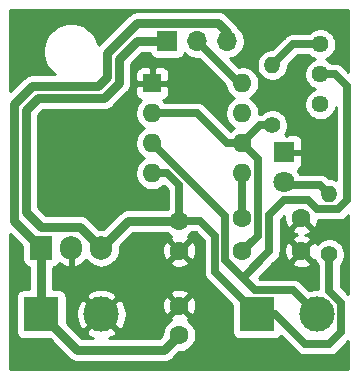
<source format=gbr>
%TF.GenerationSoftware,KiCad,Pcbnew,(5.1.7)-1*%
%TF.CreationDate,2021-03-06T16:41:31+01:00*%
%TF.ProjectId,VarFreq_TH,56617246-7265-4715-9f54-482e6b696361,rev?*%
%TF.SameCoordinates,Original*%
%TF.FileFunction,Copper,L1,Top*%
%TF.FilePolarity,Positive*%
%FSLAX46Y46*%
G04 Gerber Fmt 4.6, Leading zero omitted, Abs format (unit mm)*
G04 Created by KiCad (PCBNEW (5.1.7)-1) date 2021-03-06 16:41:31*
%MOMM*%
%LPD*%
G01*
G04 APERTURE LIST*
%TA.AperFunction,ComponentPad*%
%ADD10R,1.905000X2.000000*%
%TD*%
%TA.AperFunction,ComponentPad*%
%ADD11O,1.905000X2.000000*%
%TD*%
%TA.AperFunction,ComponentPad*%
%ADD12C,1.600000*%
%TD*%
%TA.AperFunction,ComponentPad*%
%ADD13R,1.800000X1.800000*%
%TD*%
%TA.AperFunction,ComponentPad*%
%ADD14C,1.800000*%
%TD*%
%TA.AperFunction,ComponentPad*%
%ADD15C,3.000000*%
%TD*%
%TA.AperFunction,ComponentPad*%
%ADD16R,3.000000X3.000000*%
%TD*%
%TA.AperFunction,ComponentPad*%
%ADD17R,1.700000X1.700000*%
%TD*%
%TA.AperFunction,ComponentPad*%
%ADD18O,1.700000X1.700000*%
%TD*%
%TA.AperFunction,ComponentPad*%
%ADD19O,1.400000X1.400000*%
%TD*%
%TA.AperFunction,ComponentPad*%
%ADD20C,1.400000*%
%TD*%
%TA.AperFunction,ComponentPad*%
%ADD21C,1.440000*%
%TD*%
%TA.AperFunction,ComponentPad*%
%ADD22R,1.600000X1.600000*%
%TD*%
%TA.AperFunction,ComponentPad*%
%ADD23O,1.600000X1.600000*%
%TD*%
%TA.AperFunction,Conductor*%
%ADD24C,0.635000*%
%TD*%
%TA.AperFunction,Conductor*%
%ADD25C,0.762000*%
%TD*%
%TA.AperFunction,Conductor*%
%ADD26C,0.254000*%
%TD*%
%TA.AperFunction,Conductor*%
%ADD27C,0.100000*%
%TD*%
G04 APERTURE END LIST*
D10*
%TO.P,U1,1*%
%TO.N,VCC*%
X30480000Y-49276000D03*
D11*
%TO.P,U1,2*%
%TO.N,GND*%
X33020000Y-49276000D03*
%TO.P,U1,3*%
%TO.N,+5V*%
X35560000Y-49276000D03*
%TD*%
D12*
%TO.P,C1,1*%
%TO.N,VCC*%
X42164000Y-56642000D03*
%TO.P,C1,2*%
%TO.N,GND*%
X42164000Y-54142000D03*
%TD*%
%TO.P,C2,2*%
%TO.N,GND*%
X42164000Y-49490000D03*
%TO.P,C2,1*%
%TO.N,+5V*%
X42164000Y-46990000D03*
%TD*%
%TO.P,C3,2*%
%TO.N,GND*%
X52498000Y-46736000D03*
%TO.P,C3,1*%
%TO.N,Net-(C3-Pad1)*%
X47498000Y-46736000D03*
%TD*%
%TO.P,C4,1*%
%TO.N,Net-(C4-Pad1)*%
X47498000Y-49530000D03*
%TO.P,C4,2*%
%TO.N,GND*%
X52498000Y-49530000D03*
%TD*%
D13*
%TO.P,D1,1*%
%TO.N,GND*%
X51054000Y-41148000D03*
D14*
%TO.P,D1,2*%
%TO.N,Net-(D1-Pad2)*%
X51054000Y-43688000D03*
%TD*%
D15*
%TO.P,J1,2*%
%TO.N,GND*%
X35560000Y-54864000D03*
D16*
%TO.P,J1,1*%
%TO.N,VCC*%
X30480000Y-54864000D03*
%TD*%
%TO.P,J2,1*%
%TO.N,+5V*%
X48768000Y-54864000D03*
D15*
%TO.P,J2,2*%
%TO.N,Net-(J2-Pad2)*%
X53848000Y-54864000D03*
%TD*%
D17*
%TO.P,J3,1*%
%TO.N,+5V*%
X41148000Y-31750000D03*
D18*
%TO.P,J3,2*%
%TO.N,Net-(J3-Pad2)*%
X43688000Y-31750000D03*
%TO.P,J3,3*%
%TO.N,VCC*%
X46228000Y-31750000D03*
%TD*%
D19*
%TO.P,R1,2*%
%TO.N,Net-(D1-Pad2)*%
X54864000Y-44704000D03*
D20*
%TO.P,R1,1*%
%TO.N,+5V*%
X54864000Y-49784000D03*
%TD*%
%TO.P,R2,1*%
%TO.N,Net-(C4-Pad1)*%
X50038000Y-38862000D03*
D19*
%TO.P,R2,2*%
%TO.N,Net-(R2-Pad2)*%
X50038000Y-33782000D03*
%TD*%
D21*
%TO.P,RV1,1*%
%TO.N,Net-(RV1-Pad1)*%
X54102000Y-37084000D03*
%TO.P,RV1,2*%
%TO.N,Net-(J2-Pad2)*%
X54102000Y-34544000D03*
%TO.P,RV1,3*%
%TO.N,Net-(R2-Pad2)*%
X54102000Y-32004000D03*
%TD*%
D22*
%TO.P,U2,1*%
%TO.N,GND*%
X39878000Y-35306000D03*
D23*
%TO.P,U2,5*%
%TO.N,Net-(C3-Pad1)*%
X47498000Y-42926000D03*
%TO.P,U2,2*%
%TO.N,Net-(C4-Pad1)*%
X39878000Y-37846000D03*
%TO.P,U2,6*%
X47498000Y-40386000D03*
%TO.P,U2,3*%
%TO.N,Net-(J2-Pad2)*%
X39878000Y-40386000D03*
%TO.P,U2,7*%
%TO.N,Net-(U2-Pad7)*%
X47498000Y-37846000D03*
%TO.P,U2,4*%
%TO.N,+5V*%
X39878000Y-42926000D03*
%TO.P,U2,8*%
%TO.N,Net-(J3-Pad2)*%
X47498000Y-35306000D03*
%TD*%
D24*
%TO.N,+5V*%
X41148000Y-42926000D02*
X39878000Y-42926000D01*
X42164000Y-46990000D02*
X42164000Y-43942000D01*
X42164000Y-43942000D02*
X41148000Y-42926000D01*
D25*
X34544000Y-48260000D02*
X35560000Y-49276000D01*
X33782000Y-47498000D02*
X34544000Y-48260000D01*
X30480000Y-47498000D02*
X33782000Y-47498000D01*
X29210000Y-46228000D02*
X30480000Y-47498000D01*
X29210000Y-37592000D02*
X29210000Y-46228000D01*
X30226000Y-36576000D02*
X29210000Y-37592000D01*
X35814000Y-36576000D02*
X30226000Y-36576000D01*
X37084000Y-35306000D02*
X35814000Y-36576000D01*
X37084000Y-33274000D02*
X37084000Y-35306000D01*
X38608000Y-31750000D02*
X37084000Y-33274000D01*
X41148000Y-31750000D02*
X38608000Y-31750000D01*
X37846000Y-46990000D02*
X42164000Y-46990000D01*
X35560000Y-49276000D02*
X37846000Y-46990000D01*
D24*
X45212000Y-51308000D02*
X48768000Y-54864000D01*
X45212000Y-48260000D02*
X45212000Y-51308000D01*
X43942000Y-46990000D02*
X45212000Y-48260000D01*
X42164000Y-46990000D02*
X43942000Y-46990000D01*
X54864000Y-52894098D02*
X54864000Y-49784000D01*
X55880000Y-53910098D02*
X54864000Y-52894098D01*
X55880000Y-56388000D02*
X55880000Y-53910098D01*
X52832000Y-57404000D02*
X54864000Y-57404000D01*
X54864000Y-57404000D02*
X55880000Y-56388000D01*
X50292000Y-54864000D02*
X52832000Y-57404000D01*
X48768000Y-54864000D02*
X50292000Y-54864000D01*
%TO.N,Net-(C3-Pad1)*%
X47498000Y-46736000D02*
X47498000Y-42926000D01*
%TO.N,Net-(D1-Pad2)*%
X54102000Y-43942000D02*
X51054000Y-43942000D01*
X54864000Y-44704000D02*
X54102000Y-43942000D01*
%TO.N,Net-(J2-Pad2)*%
X46047011Y-46555011D02*
X39878000Y-40386000D01*
X46047011Y-50282913D02*
X46047011Y-46555011D01*
X47539049Y-51774951D02*
X46047011Y-50282913D01*
X55372000Y-34544000D02*
X54102000Y-34544000D01*
X56388000Y-45212000D02*
X56388000Y-35560000D01*
X55626000Y-45974000D02*
X56388000Y-45212000D01*
X53848000Y-45974000D02*
X55626000Y-45974000D01*
X49784000Y-46482000D02*
X51054000Y-45212000D01*
X53086000Y-45212000D02*
X53848000Y-45974000D01*
X49784000Y-49530000D02*
X49784000Y-46482000D01*
X56388000Y-35560000D02*
X55372000Y-34544000D01*
X51054000Y-45212000D02*
X53086000Y-45212000D01*
X47539049Y-51774951D02*
X49784000Y-49530000D01*
X48610597Y-52846499D02*
X47539049Y-51774951D01*
X51830499Y-52846499D02*
X48610597Y-52846499D01*
X53848000Y-54864000D02*
X51830499Y-52846499D01*
D25*
%TO.N,VCC*%
X30480000Y-54737000D02*
X30607000Y-54864000D01*
X30480000Y-49276000D02*
X30480000Y-54737000D01*
D24*
X30607000Y-54864000D02*
X30734000Y-54864000D01*
D25*
X40894000Y-57912000D02*
X42164000Y-56642000D01*
X33528000Y-57912000D02*
X40894000Y-57912000D01*
X30480000Y-54864000D02*
X33528000Y-57912000D01*
X28194000Y-46990000D02*
X30480000Y-49276000D01*
X29718000Y-35560000D02*
X28194000Y-37084000D01*
X35306000Y-35560000D02*
X29718000Y-35560000D01*
X36068000Y-34798000D02*
X35306000Y-35560000D01*
X36068000Y-32766000D02*
X36068000Y-34798000D01*
X38608000Y-30226000D02*
X36068000Y-32766000D01*
X28194000Y-37084000D02*
X28194000Y-46990000D01*
X45466000Y-30226000D02*
X38608000Y-30226000D01*
X46228000Y-30988000D02*
X45466000Y-30226000D01*
X46228000Y-31750000D02*
X46228000Y-30988000D01*
D24*
%TO.N,Net-(C4-Pad1)*%
X48815501Y-41703501D02*
X47498000Y-40386000D01*
X48815501Y-48212499D02*
X48815501Y-41703501D01*
X47498000Y-49530000D02*
X48815501Y-48212499D01*
X46228000Y-40386000D02*
X47498000Y-40386000D01*
X43688000Y-37846000D02*
X46228000Y-40386000D01*
X39878000Y-37846000D02*
X43688000Y-37846000D01*
X47498000Y-40386000D02*
X49022000Y-38862000D01*
X49022000Y-38862000D02*
X50038000Y-38862000D01*
%TO.N,Net-(J3-Pad2)*%
X47244000Y-35306000D02*
X47498000Y-35306000D01*
X43688000Y-31750000D02*
X47244000Y-35306000D01*
%TO.N,Net-(R2-Pad2)*%
X50038000Y-33782000D02*
X51816000Y-32004000D01*
X51816000Y-32004000D02*
X54102000Y-32004000D01*
%TD*%
D26*
%TO.N,GND*%
X44259500Y-48654539D02*
X44259501Y-51261206D01*
X44254892Y-51308000D01*
X44273283Y-51494722D01*
X44327749Y-51674269D01*
X44381564Y-51774950D01*
X44416195Y-51839741D01*
X44535223Y-51984778D01*
X44571565Y-52014603D01*
X46629928Y-54072966D01*
X46629928Y-56364000D01*
X46642188Y-56488482D01*
X46678498Y-56608180D01*
X46737463Y-56718494D01*
X46816815Y-56815185D01*
X46913506Y-56894537D01*
X47023820Y-56953502D01*
X47143518Y-56989812D01*
X47268000Y-57002072D01*
X50268000Y-57002072D01*
X50392482Y-56989812D01*
X50512180Y-56953502D01*
X50622494Y-56894537D01*
X50719185Y-56815185D01*
X50798537Y-56718494D01*
X50798857Y-56717895D01*
X52125393Y-58044431D01*
X52155222Y-58080778D01*
X52300259Y-58199806D01*
X52465731Y-58288252D01*
X52645277Y-58342717D01*
X52831999Y-58361108D01*
X52878784Y-58356500D01*
X54817215Y-58356500D01*
X54864000Y-58361108D01*
X54910785Y-58356500D01*
X55050723Y-58342717D01*
X55230269Y-58288252D01*
X55395741Y-58199806D01*
X55540778Y-58080778D01*
X55570607Y-58044431D01*
X56490001Y-57125038D01*
X56490001Y-59538000D01*
X27838000Y-59538000D01*
X27838000Y-48070840D01*
X28889428Y-49122269D01*
X28889428Y-50276000D01*
X28901688Y-50400482D01*
X28937998Y-50520180D01*
X28996963Y-50630494D01*
X29076315Y-50727185D01*
X29173006Y-50806537D01*
X29283320Y-50865502D01*
X29403018Y-50901812D01*
X29464000Y-50907818D01*
X29464001Y-52725928D01*
X28980000Y-52725928D01*
X28855518Y-52738188D01*
X28735820Y-52774498D01*
X28625506Y-52833463D01*
X28528815Y-52912815D01*
X28449463Y-53009506D01*
X28390498Y-53119820D01*
X28354188Y-53239518D01*
X28341928Y-53364000D01*
X28341928Y-56364000D01*
X28354188Y-56488482D01*
X28390498Y-56608180D01*
X28449463Y-56718494D01*
X28528815Y-56815185D01*
X28625506Y-56894537D01*
X28735820Y-56953502D01*
X28855518Y-56989812D01*
X28980000Y-57002072D01*
X31181232Y-57002072D01*
X32774292Y-58595133D01*
X32806104Y-58633896D01*
X32960810Y-58760860D01*
X33075832Y-58822340D01*
X33137312Y-58855202D01*
X33328829Y-58913298D01*
X33528000Y-58932915D01*
X33577902Y-58928000D01*
X40844098Y-58928000D01*
X40894000Y-58932915D01*
X40943902Y-58928000D01*
X41093171Y-58913298D01*
X41284687Y-58855202D01*
X41461190Y-58760860D01*
X41615896Y-58633896D01*
X41647712Y-58595128D01*
X42165840Y-58077000D01*
X42305335Y-58077000D01*
X42582574Y-58021853D01*
X42843727Y-57913680D01*
X43078759Y-57756637D01*
X43278637Y-57556759D01*
X43435680Y-57321727D01*
X43543853Y-57060574D01*
X43599000Y-56783335D01*
X43599000Y-56500665D01*
X43543853Y-56223426D01*
X43435680Y-55962273D01*
X43278637Y-55727241D01*
X43078759Y-55527363D01*
X42878131Y-55393308D01*
X42905514Y-55378671D01*
X42977097Y-55134702D01*
X42164000Y-54321605D01*
X41350903Y-55134702D01*
X41422486Y-55378671D01*
X41451341Y-55392324D01*
X41249241Y-55527363D01*
X41049363Y-55727241D01*
X40892320Y-55962273D01*
X40784147Y-56223426D01*
X40729000Y-56500665D01*
X40729000Y-56640160D01*
X40473160Y-56896000D01*
X36215155Y-56896000D01*
X36420383Y-56829243D01*
X36716038Y-56671214D01*
X36872048Y-56355653D01*
X35560000Y-55043605D01*
X34247952Y-56355653D01*
X34403962Y-56671214D01*
X34778745Y-56862020D01*
X34899380Y-56896000D01*
X33948841Y-56896000D01*
X32618072Y-55565232D01*
X32618072Y-54906824D01*
X33415098Y-54906824D01*
X33464666Y-55324451D01*
X33594757Y-55724383D01*
X33752786Y-56020038D01*
X34068347Y-56176048D01*
X35380395Y-54864000D01*
X35739605Y-54864000D01*
X37051653Y-56176048D01*
X37367214Y-56020038D01*
X37558020Y-55645255D01*
X37672044Y-55240449D01*
X37704902Y-54821176D01*
X37655334Y-54403549D01*
X37593193Y-54212512D01*
X40723783Y-54212512D01*
X40765213Y-54492130D01*
X40860397Y-54758292D01*
X40927329Y-54883514D01*
X41171298Y-54955097D01*
X41984395Y-54142000D01*
X42343605Y-54142000D01*
X43156702Y-54955097D01*
X43400671Y-54883514D01*
X43521571Y-54628004D01*
X43590300Y-54353816D01*
X43604217Y-54071488D01*
X43562787Y-53791870D01*
X43467603Y-53525708D01*
X43400671Y-53400486D01*
X43156702Y-53328903D01*
X42343605Y-54142000D01*
X41984395Y-54142000D01*
X41171298Y-53328903D01*
X40927329Y-53400486D01*
X40806429Y-53655996D01*
X40737700Y-53930184D01*
X40723783Y-54212512D01*
X37593193Y-54212512D01*
X37525243Y-54003617D01*
X37367214Y-53707962D01*
X37051653Y-53551952D01*
X35739605Y-54864000D01*
X35380395Y-54864000D01*
X34068347Y-53551952D01*
X33752786Y-53707962D01*
X33561980Y-54082745D01*
X33447956Y-54487551D01*
X33415098Y-54906824D01*
X32618072Y-54906824D01*
X32618072Y-53372347D01*
X34247952Y-53372347D01*
X35560000Y-54684395D01*
X36872048Y-53372347D01*
X36761775Y-53149298D01*
X41350903Y-53149298D01*
X42164000Y-53962395D01*
X42977097Y-53149298D01*
X42905514Y-52905329D01*
X42650004Y-52784429D01*
X42375816Y-52715700D01*
X42093488Y-52701783D01*
X41813870Y-52743213D01*
X41547708Y-52838397D01*
X41422486Y-52905329D01*
X41350903Y-53149298D01*
X36761775Y-53149298D01*
X36716038Y-53056786D01*
X36341255Y-52865980D01*
X35936449Y-52751956D01*
X35517176Y-52719098D01*
X35099549Y-52768666D01*
X34699617Y-52898757D01*
X34403962Y-53056786D01*
X34247952Y-53372347D01*
X32618072Y-53372347D01*
X32618072Y-53364000D01*
X32605812Y-53239518D01*
X32569502Y-53119820D01*
X32510537Y-53009506D01*
X32431185Y-52912815D01*
X32334494Y-52833463D01*
X32224180Y-52774498D01*
X32104482Y-52738188D01*
X31980000Y-52725928D01*
X31496000Y-52725928D01*
X31496000Y-50907818D01*
X31556982Y-50901812D01*
X31676680Y-50865502D01*
X31786994Y-50806537D01*
X31883685Y-50727185D01*
X31963037Y-50630494D01*
X32012059Y-50538781D01*
X32153077Y-50651969D01*
X32428906Y-50795571D01*
X32647020Y-50866563D01*
X32893000Y-50746594D01*
X32893000Y-49403000D01*
X32873000Y-49403000D01*
X32873000Y-49149000D01*
X32893000Y-49149000D01*
X32893000Y-49129000D01*
X33147000Y-49129000D01*
X33147000Y-49149000D01*
X33167000Y-49149000D01*
X33167000Y-49403000D01*
X33147000Y-49403000D01*
X33147000Y-50746594D01*
X33392980Y-50866563D01*
X33611094Y-50795571D01*
X33886923Y-50651969D01*
X34129437Y-50457315D01*
X34284837Y-50272101D01*
X34432037Y-50451463D01*
X34673766Y-50649845D01*
X34949552Y-50797255D01*
X35248797Y-50888030D01*
X35560000Y-50918681D01*
X35871204Y-50888030D01*
X36170449Y-50797255D01*
X36446235Y-50649845D01*
X36649898Y-50482702D01*
X41350903Y-50482702D01*
X41422486Y-50726671D01*
X41677996Y-50847571D01*
X41952184Y-50916300D01*
X42234512Y-50930217D01*
X42514130Y-50888787D01*
X42780292Y-50793603D01*
X42905514Y-50726671D01*
X42977097Y-50482702D01*
X42164000Y-49669605D01*
X41350903Y-50482702D01*
X36649898Y-50482702D01*
X36687963Y-50451463D01*
X36886345Y-50209734D01*
X37033755Y-49933948D01*
X37124530Y-49634703D01*
X37131837Y-49560512D01*
X40723783Y-49560512D01*
X40765213Y-49840130D01*
X40860397Y-50106292D01*
X40927329Y-50231514D01*
X41171298Y-50303097D01*
X41984395Y-49490000D01*
X42343605Y-49490000D01*
X43156702Y-50303097D01*
X43400671Y-50231514D01*
X43521571Y-49976004D01*
X43590300Y-49701816D01*
X43604217Y-49419488D01*
X43562787Y-49139870D01*
X43467603Y-48873708D01*
X43400671Y-48748486D01*
X43156702Y-48676903D01*
X42343605Y-49490000D01*
X41984395Y-49490000D01*
X41171298Y-48676903D01*
X40927329Y-48748486D01*
X40806429Y-49003996D01*
X40737700Y-49278184D01*
X40723783Y-49560512D01*
X37131837Y-49560512D01*
X37147500Y-49401485D01*
X37147500Y-49150514D01*
X37145243Y-49127597D01*
X38266841Y-48006000D01*
X41150604Y-48006000D01*
X41249241Y-48104637D01*
X41449869Y-48238692D01*
X41422486Y-48253329D01*
X41350903Y-48497298D01*
X42164000Y-49310395D01*
X42977097Y-48497298D01*
X42905514Y-48253329D01*
X42876659Y-48239676D01*
X43078759Y-48104637D01*
X43240896Y-47942500D01*
X43547462Y-47942500D01*
X44259500Y-48654539D01*
%TA.AperFunction,Conductor*%
D27*
G36*
X44259500Y-48654539D02*
G01*
X44259501Y-51261206D01*
X44254892Y-51308000D01*
X44273283Y-51494722D01*
X44327749Y-51674269D01*
X44381564Y-51774950D01*
X44416195Y-51839741D01*
X44535223Y-51984778D01*
X44571565Y-52014603D01*
X46629928Y-54072966D01*
X46629928Y-56364000D01*
X46642188Y-56488482D01*
X46678498Y-56608180D01*
X46737463Y-56718494D01*
X46816815Y-56815185D01*
X46913506Y-56894537D01*
X47023820Y-56953502D01*
X47143518Y-56989812D01*
X47268000Y-57002072D01*
X50268000Y-57002072D01*
X50392482Y-56989812D01*
X50512180Y-56953502D01*
X50622494Y-56894537D01*
X50719185Y-56815185D01*
X50798537Y-56718494D01*
X50798857Y-56717895D01*
X52125393Y-58044431D01*
X52155222Y-58080778D01*
X52300259Y-58199806D01*
X52465731Y-58288252D01*
X52645277Y-58342717D01*
X52831999Y-58361108D01*
X52878784Y-58356500D01*
X54817215Y-58356500D01*
X54864000Y-58361108D01*
X54910785Y-58356500D01*
X55050723Y-58342717D01*
X55230269Y-58288252D01*
X55395741Y-58199806D01*
X55540778Y-58080778D01*
X55570607Y-58044431D01*
X56490001Y-57125038D01*
X56490001Y-59538000D01*
X27838000Y-59538000D01*
X27838000Y-48070840D01*
X28889428Y-49122269D01*
X28889428Y-50276000D01*
X28901688Y-50400482D01*
X28937998Y-50520180D01*
X28996963Y-50630494D01*
X29076315Y-50727185D01*
X29173006Y-50806537D01*
X29283320Y-50865502D01*
X29403018Y-50901812D01*
X29464000Y-50907818D01*
X29464001Y-52725928D01*
X28980000Y-52725928D01*
X28855518Y-52738188D01*
X28735820Y-52774498D01*
X28625506Y-52833463D01*
X28528815Y-52912815D01*
X28449463Y-53009506D01*
X28390498Y-53119820D01*
X28354188Y-53239518D01*
X28341928Y-53364000D01*
X28341928Y-56364000D01*
X28354188Y-56488482D01*
X28390498Y-56608180D01*
X28449463Y-56718494D01*
X28528815Y-56815185D01*
X28625506Y-56894537D01*
X28735820Y-56953502D01*
X28855518Y-56989812D01*
X28980000Y-57002072D01*
X31181232Y-57002072D01*
X32774292Y-58595133D01*
X32806104Y-58633896D01*
X32960810Y-58760860D01*
X33075832Y-58822340D01*
X33137312Y-58855202D01*
X33328829Y-58913298D01*
X33528000Y-58932915D01*
X33577902Y-58928000D01*
X40844098Y-58928000D01*
X40894000Y-58932915D01*
X40943902Y-58928000D01*
X41093171Y-58913298D01*
X41284687Y-58855202D01*
X41461190Y-58760860D01*
X41615896Y-58633896D01*
X41647712Y-58595128D01*
X42165840Y-58077000D01*
X42305335Y-58077000D01*
X42582574Y-58021853D01*
X42843727Y-57913680D01*
X43078759Y-57756637D01*
X43278637Y-57556759D01*
X43435680Y-57321727D01*
X43543853Y-57060574D01*
X43599000Y-56783335D01*
X43599000Y-56500665D01*
X43543853Y-56223426D01*
X43435680Y-55962273D01*
X43278637Y-55727241D01*
X43078759Y-55527363D01*
X42878131Y-55393308D01*
X42905514Y-55378671D01*
X42977097Y-55134702D01*
X42164000Y-54321605D01*
X41350903Y-55134702D01*
X41422486Y-55378671D01*
X41451341Y-55392324D01*
X41249241Y-55527363D01*
X41049363Y-55727241D01*
X40892320Y-55962273D01*
X40784147Y-56223426D01*
X40729000Y-56500665D01*
X40729000Y-56640160D01*
X40473160Y-56896000D01*
X36215155Y-56896000D01*
X36420383Y-56829243D01*
X36716038Y-56671214D01*
X36872048Y-56355653D01*
X35560000Y-55043605D01*
X34247952Y-56355653D01*
X34403962Y-56671214D01*
X34778745Y-56862020D01*
X34899380Y-56896000D01*
X33948841Y-56896000D01*
X32618072Y-55565232D01*
X32618072Y-54906824D01*
X33415098Y-54906824D01*
X33464666Y-55324451D01*
X33594757Y-55724383D01*
X33752786Y-56020038D01*
X34068347Y-56176048D01*
X35380395Y-54864000D01*
X35739605Y-54864000D01*
X37051653Y-56176048D01*
X37367214Y-56020038D01*
X37558020Y-55645255D01*
X37672044Y-55240449D01*
X37704902Y-54821176D01*
X37655334Y-54403549D01*
X37593193Y-54212512D01*
X40723783Y-54212512D01*
X40765213Y-54492130D01*
X40860397Y-54758292D01*
X40927329Y-54883514D01*
X41171298Y-54955097D01*
X41984395Y-54142000D01*
X42343605Y-54142000D01*
X43156702Y-54955097D01*
X43400671Y-54883514D01*
X43521571Y-54628004D01*
X43590300Y-54353816D01*
X43604217Y-54071488D01*
X43562787Y-53791870D01*
X43467603Y-53525708D01*
X43400671Y-53400486D01*
X43156702Y-53328903D01*
X42343605Y-54142000D01*
X41984395Y-54142000D01*
X41171298Y-53328903D01*
X40927329Y-53400486D01*
X40806429Y-53655996D01*
X40737700Y-53930184D01*
X40723783Y-54212512D01*
X37593193Y-54212512D01*
X37525243Y-54003617D01*
X37367214Y-53707962D01*
X37051653Y-53551952D01*
X35739605Y-54864000D01*
X35380395Y-54864000D01*
X34068347Y-53551952D01*
X33752786Y-53707962D01*
X33561980Y-54082745D01*
X33447956Y-54487551D01*
X33415098Y-54906824D01*
X32618072Y-54906824D01*
X32618072Y-53372347D01*
X34247952Y-53372347D01*
X35560000Y-54684395D01*
X36872048Y-53372347D01*
X36761775Y-53149298D01*
X41350903Y-53149298D01*
X42164000Y-53962395D01*
X42977097Y-53149298D01*
X42905514Y-52905329D01*
X42650004Y-52784429D01*
X42375816Y-52715700D01*
X42093488Y-52701783D01*
X41813870Y-52743213D01*
X41547708Y-52838397D01*
X41422486Y-52905329D01*
X41350903Y-53149298D01*
X36761775Y-53149298D01*
X36716038Y-53056786D01*
X36341255Y-52865980D01*
X35936449Y-52751956D01*
X35517176Y-52719098D01*
X35099549Y-52768666D01*
X34699617Y-52898757D01*
X34403962Y-53056786D01*
X34247952Y-53372347D01*
X32618072Y-53372347D01*
X32618072Y-53364000D01*
X32605812Y-53239518D01*
X32569502Y-53119820D01*
X32510537Y-53009506D01*
X32431185Y-52912815D01*
X32334494Y-52833463D01*
X32224180Y-52774498D01*
X32104482Y-52738188D01*
X31980000Y-52725928D01*
X31496000Y-52725928D01*
X31496000Y-50907818D01*
X31556982Y-50901812D01*
X31676680Y-50865502D01*
X31786994Y-50806537D01*
X31883685Y-50727185D01*
X31963037Y-50630494D01*
X32012059Y-50538781D01*
X32153077Y-50651969D01*
X32428906Y-50795571D01*
X32647020Y-50866563D01*
X32893000Y-50746594D01*
X32893000Y-49403000D01*
X32873000Y-49403000D01*
X32873000Y-49149000D01*
X32893000Y-49149000D01*
X32893000Y-49129000D01*
X33147000Y-49129000D01*
X33147000Y-49149000D01*
X33167000Y-49149000D01*
X33167000Y-49403000D01*
X33147000Y-49403000D01*
X33147000Y-50746594D01*
X33392980Y-50866563D01*
X33611094Y-50795571D01*
X33886923Y-50651969D01*
X34129437Y-50457315D01*
X34284837Y-50272101D01*
X34432037Y-50451463D01*
X34673766Y-50649845D01*
X34949552Y-50797255D01*
X35248797Y-50888030D01*
X35560000Y-50918681D01*
X35871204Y-50888030D01*
X36170449Y-50797255D01*
X36446235Y-50649845D01*
X36649898Y-50482702D01*
X41350903Y-50482702D01*
X41422486Y-50726671D01*
X41677996Y-50847571D01*
X41952184Y-50916300D01*
X42234512Y-50930217D01*
X42514130Y-50888787D01*
X42780292Y-50793603D01*
X42905514Y-50726671D01*
X42977097Y-50482702D01*
X42164000Y-49669605D01*
X41350903Y-50482702D01*
X36649898Y-50482702D01*
X36687963Y-50451463D01*
X36886345Y-50209734D01*
X37033755Y-49933948D01*
X37124530Y-49634703D01*
X37131837Y-49560512D01*
X40723783Y-49560512D01*
X40765213Y-49840130D01*
X40860397Y-50106292D01*
X40927329Y-50231514D01*
X41171298Y-50303097D01*
X41984395Y-49490000D01*
X42343605Y-49490000D01*
X43156702Y-50303097D01*
X43400671Y-50231514D01*
X43521571Y-49976004D01*
X43590300Y-49701816D01*
X43604217Y-49419488D01*
X43562787Y-49139870D01*
X43467603Y-48873708D01*
X43400671Y-48748486D01*
X43156702Y-48676903D01*
X42343605Y-49490000D01*
X41984395Y-49490000D01*
X41171298Y-48676903D01*
X40927329Y-48748486D01*
X40806429Y-49003996D01*
X40737700Y-49278184D01*
X40723783Y-49560512D01*
X37131837Y-49560512D01*
X37147500Y-49401485D01*
X37147500Y-49150514D01*
X37145243Y-49127597D01*
X38266841Y-48006000D01*
X41150604Y-48006000D01*
X41249241Y-48104637D01*
X41449869Y-48238692D01*
X41422486Y-48253329D01*
X41350903Y-48497298D01*
X42164000Y-49310395D01*
X42977097Y-48497298D01*
X42905514Y-48253329D01*
X42876659Y-48239676D01*
X43078759Y-48104637D01*
X43240896Y-47942500D01*
X43547462Y-47942500D01*
X44259500Y-48654539D01*
G37*
%TD.AperFunction*%
D26*
X56490001Y-53173060D02*
X55816500Y-52499560D01*
X55816500Y-50719475D01*
X55900962Y-50635013D01*
X56047061Y-50416359D01*
X56147696Y-50173405D01*
X56199000Y-49915486D01*
X56199000Y-49652514D01*
X56147696Y-49394595D01*
X56047061Y-49151641D01*
X55900962Y-48932987D01*
X55715013Y-48747038D01*
X55496359Y-48600939D01*
X55253405Y-48500304D01*
X54995486Y-48449000D01*
X54732514Y-48449000D01*
X54474595Y-48500304D01*
X54231641Y-48600939D01*
X54012987Y-48747038D01*
X53827038Y-48932987D01*
X53814961Y-48951061D01*
X53801603Y-48913708D01*
X53734671Y-48788486D01*
X53490702Y-48716903D01*
X52677605Y-49530000D01*
X53490702Y-50343097D01*
X53633266Y-50301267D01*
X53680939Y-50416359D01*
X53827038Y-50635013D01*
X53911501Y-50719476D01*
X53911500Y-52729000D01*
X53637721Y-52729000D01*
X53225244Y-52811047D01*
X53166442Y-52835404D01*
X52537106Y-52206068D01*
X52507277Y-52169721D01*
X52362240Y-52050693D01*
X52196768Y-51962247D01*
X52017222Y-51907782D01*
X51877284Y-51893999D01*
X51830499Y-51889391D01*
X51783714Y-51893999D01*
X49005136Y-51893999D01*
X48886087Y-51774951D01*
X50138336Y-50522702D01*
X51684903Y-50522702D01*
X51756486Y-50766671D01*
X52011996Y-50887571D01*
X52286184Y-50956300D01*
X52568512Y-50970217D01*
X52848130Y-50928787D01*
X53114292Y-50833603D01*
X53239514Y-50766671D01*
X53311097Y-50522702D01*
X52498000Y-49709605D01*
X51684903Y-50522702D01*
X50138336Y-50522702D01*
X50424438Y-50236601D01*
X50460778Y-50206778D01*
X50579806Y-50061741D01*
X50668252Y-49896269D01*
X50722717Y-49716723D01*
X50734163Y-49600512D01*
X51057783Y-49600512D01*
X51099213Y-49880130D01*
X51194397Y-50146292D01*
X51261329Y-50271514D01*
X51505298Y-50343097D01*
X52318395Y-49530000D01*
X51505298Y-48716903D01*
X51261329Y-48788486D01*
X51140429Y-49043996D01*
X51071700Y-49318184D01*
X51057783Y-49600512D01*
X50734163Y-49600512D01*
X50736500Y-49576785D01*
X50736500Y-49576784D01*
X50741108Y-49530001D01*
X50736500Y-49483216D01*
X50736500Y-47728702D01*
X51684903Y-47728702D01*
X51756486Y-47972671D01*
X52011996Y-48093571D01*
X52156855Y-48129882D01*
X52147870Y-48131213D01*
X51881708Y-48226397D01*
X51756486Y-48293329D01*
X51684903Y-48537298D01*
X52498000Y-49350395D01*
X53311097Y-48537298D01*
X53239514Y-48293329D01*
X52984004Y-48172429D01*
X52839145Y-48136118D01*
X52848130Y-48134787D01*
X53114292Y-48039603D01*
X53239514Y-47972671D01*
X53311097Y-47728702D01*
X52498000Y-46915605D01*
X51684903Y-47728702D01*
X50736500Y-47728702D01*
X50736500Y-46876538D01*
X51070811Y-46542228D01*
X51057783Y-46806512D01*
X51099213Y-47086130D01*
X51194397Y-47352292D01*
X51261329Y-47477514D01*
X51505298Y-47549097D01*
X52318395Y-46736000D01*
X52304253Y-46721858D01*
X52483858Y-46542253D01*
X52498000Y-46556395D01*
X52512143Y-46542253D01*
X52691748Y-46721858D01*
X52677605Y-46736000D01*
X53490702Y-47549097D01*
X53734671Y-47477514D01*
X53855571Y-47222004D01*
X53924300Y-46947816D01*
X53925351Y-46926500D01*
X55579215Y-46926500D01*
X55626000Y-46931108D01*
X55672785Y-46926500D01*
X55812723Y-46912717D01*
X55992269Y-46858252D01*
X56157741Y-46769806D01*
X56302778Y-46650778D01*
X56332607Y-46614431D01*
X56490001Y-46457038D01*
X56490001Y-53173060D01*
%TA.AperFunction,Conductor*%
D27*
G36*
X56490001Y-53173060D02*
G01*
X55816500Y-52499560D01*
X55816500Y-50719475D01*
X55900962Y-50635013D01*
X56047061Y-50416359D01*
X56147696Y-50173405D01*
X56199000Y-49915486D01*
X56199000Y-49652514D01*
X56147696Y-49394595D01*
X56047061Y-49151641D01*
X55900962Y-48932987D01*
X55715013Y-48747038D01*
X55496359Y-48600939D01*
X55253405Y-48500304D01*
X54995486Y-48449000D01*
X54732514Y-48449000D01*
X54474595Y-48500304D01*
X54231641Y-48600939D01*
X54012987Y-48747038D01*
X53827038Y-48932987D01*
X53814961Y-48951061D01*
X53801603Y-48913708D01*
X53734671Y-48788486D01*
X53490702Y-48716903D01*
X52677605Y-49530000D01*
X53490702Y-50343097D01*
X53633266Y-50301267D01*
X53680939Y-50416359D01*
X53827038Y-50635013D01*
X53911501Y-50719476D01*
X53911500Y-52729000D01*
X53637721Y-52729000D01*
X53225244Y-52811047D01*
X53166442Y-52835404D01*
X52537106Y-52206068D01*
X52507277Y-52169721D01*
X52362240Y-52050693D01*
X52196768Y-51962247D01*
X52017222Y-51907782D01*
X51877284Y-51893999D01*
X51830499Y-51889391D01*
X51783714Y-51893999D01*
X49005136Y-51893999D01*
X48886087Y-51774951D01*
X50138336Y-50522702D01*
X51684903Y-50522702D01*
X51756486Y-50766671D01*
X52011996Y-50887571D01*
X52286184Y-50956300D01*
X52568512Y-50970217D01*
X52848130Y-50928787D01*
X53114292Y-50833603D01*
X53239514Y-50766671D01*
X53311097Y-50522702D01*
X52498000Y-49709605D01*
X51684903Y-50522702D01*
X50138336Y-50522702D01*
X50424438Y-50236601D01*
X50460778Y-50206778D01*
X50579806Y-50061741D01*
X50668252Y-49896269D01*
X50722717Y-49716723D01*
X50734163Y-49600512D01*
X51057783Y-49600512D01*
X51099213Y-49880130D01*
X51194397Y-50146292D01*
X51261329Y-50271514D01*
X51505298Y-50343097D01*
X52318395Y-49530000D01*
X51505298Y-48716903D01*
X51261329Y-48788486D01*
X51140429Y-49043996D01*
X51071700Y-49318184D01*
X51057783Y-49600512D01*
X50734163Y-49600512D01*
X50736500Y-49576785D01*
X50736500Y-49576784D01*
X50741108Y-49530001D01*
X50736500Y-49483216D01*
X50736500Y-47728702D01*
X51684903Y-47728702D01*
X51756486Y-47972671D01*
X52011996Y-48093571D01*
X52156855Y-48129882D01*
X52147870Y-48131213D01*
X51881708Y-48226397D01*
X51756486Y-48293329D01*
X51684903Y-48537298D01*
X52498000Y-49350395D01*
X53311097Y-48537298D01*
X53239514Y-48293329D01*
X52984004Y-48172429D01*
X52839145Y-48136118D01*
X52848130Y-48134787D01*
X53114292Y-48039603D01*
X53239514Y-47972671D01*
X53311097Y-47728702D01*
X52498000Y-46915605D01*
X51684903Y-47728702D01*
X50736500Y-47728702D01*
X50736500Y-46876538D01*
X51070811Y-46542228D01*
X51057783Y-46806512D01*
X51099213Y-47086130D01*
X51194397Y-47352292D01*
X51261329Y-47477514D01*
X51505298Y-47549097D01*
X52318395Y-46736000D01*
X52304253Y-46721858D01*
X52483858Y-46542253D01*
X52498000Y-46556395D01*
X52512143Y-46542253D01*
X52691748Y-46721858D01*
X52677605Y-46736000D01*
X53490702Y-47549097D01*
X53734671Y-47477514D01*
X53855571Y-47222004D01*
X53924300Y-46947816D01*
X53925351Y-46926500D01*
X55579215Y-46926500D01*
X55626000Y-46931108D01*
X55672785Y-46926500D01*
X55812723Y-46912717D01*
X55992269Y-46858252D01*
X56157741Y-46769806D01*
X56302778Y-46650778D01*
X56332607Y-46614431D01*
X56490001Y-46457038D01*
X56490001Y-53173060D01*
G37*
%TD.AperFunction*%
D26*
X39708498Y-32844180D02*
X39767463Y-32954494D01*
X39846815Y-33051185D01*
X39943506Y-33130537D01*
X40053820Y-33189502D01*
X40173518Y-33225812D01*
X40298000Y-33238072D01*
X41998000Y-33238072D01*
X42122482Y-33225812D01*
X42242180Y-33189502D01*
X42352494Y-33130537D01*
X42449185Y-33051185D01*
X42528537Y-32954494D01*
X42587502Y-32844180D01*
X42609513Y-32771620D01*
X42741368Y-32903475D01*
X42984589Y-33065990D01*
X43254842Y-33177932D01*
X43541740Y-33235000D01*
X43825962Y-33235000D01*
X46069134Y-35478172D01*
X46118147Y-35724574D01*
X46226320Y-35985727D01*
X46383363Y-36220759D01*
X46583241Y-36420637D01*
X46815759Y-36576000D01*
X46583241Y-36731363D01*
X46383363Y-36931241D01*
X46226320Y-37166273D01*
X46118147Y-37427426D01*
X46063000Y-37704665D01*
X46063000Y-37987335D01*
X46118147Y-38264574D01*
X46226320Y-38525727D01*
X46383363Y-38760759D01*
X46583241Y-38960637D01*
X46815759Y-39116000D01*
X46583241Y-39271363D01*
X46521821Y-39332783D01*
X44394607Y-37205569D01*
X44364778Y-37169222D01*
X44219741Y-37050194D01*
X44054269Y-36961748D01*
X43874723Y-36907283D01*
X43734785Y-36893500D01*
X43688000Y-36888892D01*
X43641215Y-36893500D01*
X40954896Y-36893500D01*
X40794039Y-36732643D01*
X40802482Y-36731812D01*
X40922180Y-36695502D01*
X41032494Y-36636537D01*
X41129185Y-36557185D01*
X41208537Y-36460494D01*
X41267502Y-36350180D01*
X41303812Y-36230482D01*
X41316072Y-36106000D01*
X41313000Y-35591750D01*
X41154250Y-35433000D01*
X40005000Y-35433000D01*
X40005000Y-35453000D01*
X39751000Y-35453000D01*
X39751000Y-35433000D01*
X38601750Y-35433000D01*
X38443000Y-35591750D01*
X38439928Y-36106000D01*
X38452188Y-36230482D01*
X38488498Y-36350180D01*
X38547463Y-36460494D01*
X38626815Y-36557185D01*
X38723506Y-36636537D01*
X38833820Y-36695502D01*
X38953518Y-36731812D01*
X38961961Y-36732643D01*
X38763363Y-36931241D01*
X38606320Y-37166273D01*
X38498147Y-37427426D01*
X38443000Y-37704665D01*
X38443000Y-37987335D01*
X38498147Y-38264574D01*
X38606320Y-38525727D01*
X38763363Y-38760759D01*
X38963241Y-38960637D01*
X39195759Y-39116000D01*
X38963241Y-39271363D01*
X38763363Y-39471241D01*
X38606320Y-39706273D01*
X38498147Y-39967426D01*
X38443000Y-40244665D01*
X38443000Y-40527335D01*
X38498147Y-40804574D01*
X38606320Y-41065727D01*
X38763363Y-41300759D01*
X38963241Y-41500637D01*
X39195759Y-41656000D01*
X38963241Y-41811363D01*
X38763363Y-42011241D01*
X38606320Y-42246273D01*
X38498147Y-42507426D01*
X38443000Y-42784665D01*
X38443000Y-43067335D01*
X38498147Y-43344574D01*
X38606320Y-43605727D01*
X38763363Y-43840759D01*
X38963241Y-44040637D01*
X39198273Y-44197680D01*
X39459426Y-44305853D01*
X39736665Y-44361000D01*
X40019335Y-44361000D01*
X40296574Y-44305853D01*
X40557727Y-44197680D01*
X40792759Y-44040637D01*
X40854179Y-43979217D01*
X41211501Y-44336540D01*
X41211500Y-45913104D01*
X41150604Y-45974000D01*
X37895893Y-45974000D01*
X37845999Y-45969086D01*
X37796105Y-45974000D01*
X37796098Y-45974000D01*
X37646829Y-45988702D01*
X37455313Y-46046798D01*
X37278810Y-46141140D01*
X37124104Y-46268104D01*
X37092292Y-46306867D01*
X35747385Y-47651775D01*
X35560000Y-47633319D01*
X35372615Y-47651775D01*
X35297710Y-47576870D01*
X35297706Y-47576865D01*
X34535712Y-46814872D01*
X34503896Y-46776104D01*
X34349190Y-46649140D01*
X34172687Y-46554798D01*
X33981171Y-46496702D01*
X33831902Y-46482000D01*
X33782000Y-46477085D01*
X33732098Y-46482000D01*
X30900841Y-46482000D01*
X30226000Y-45807160D01*
X30226000Y-38012840D01*
X30646841Y-37592000D01*
X35764098Y-37592000D01*
X35814000Y-37596915D01*
X35863902Y-37592000D01*
X36013171Y-37577298D01*
X36204687Y-37519202D01*
X36381190Y-37424860D01*
X36535896Y-37297896D01*
X36567712Y-37259128D01*
X37767133Y-36059708D01*
X37805896Y-36027896D01*
X37932860Y-35873190D01*
X38027202Y-35696687D01*
X38085298Y-35505171D01*
X38100000Y-35355902D01*
X38100000Y-35355895D01*
X38104914Y-35306001D01*
X38100000Y-35256107D01*
X38100000Y-34506000D01*
X38439928Y-34506000D01*
X38443000Y-35020250D01*
X38601750Y-35179000D01*
X39751000Y-35179000D01*
X39751000Y-34029750D01*
X40005000Y-34029750D01*
X40005000Y-35179000D01*
X41154250Y-35179000D01*
X41313000Y-35020250D01*
X41316072Y-34506000D01*
X41303812Y-34381518D01*
X41267502Y-34261820D01*
X41208537Y-34151506D01*
X41129185Y-34054815D01*
X41032494Y-33975463D01*
X40922180Y-33916498D01*
X40802482Y-33880188D01*
X40678000Y-33867928D01*
X40163750Y-33871000D01*
X40005000Y-34029750D01*
X39751000Y-34029750D01*
X39592250Y-33871000D01*
X39078000Y-33867928D01*
X38953518Y-33880188D01*
X38833820Y-33916498D01*
X38723506Y-33975463D01*
X38626815Y-34054815D01*
X38547463Y-34151506D01*
X38488498Y-34261820D01*
X38452188Y-34381518D01*
X38439928Y-34506000D01*
X38100000Y-34506000D01*
X38100000Y-33694840D01*
X39028841Y-32766000D01*
X39684782Y-32766000D01*
X39708498Y-32844180D01*
%TA.AperFunction,Conductor*%
D27*
G36*
X39708498Y-32844180D02*
G01*
X39767463Y-32954494D01*
X39846815Y-33051185D01*
X39943506Y-33130537D01*
X40053820Y-33189502D01*
X40173518Y-33225812D01*
X40298000Y-33238072D01*
X41998000Y-33238072D01*
X42122482Y-33225812D01*
X42242180Y-33189502D01*
X42352494Y-33130537D01*
X42449185Y-33051185D01*
X42528537Y-32954494D01*
X42587502Y-32844180D01*
X42609513Y-32771620D01*
X42741368Y-32903475D01*
X42984589Y-33065990D01*
X43254842Y-33177932D01*
X43541740Y-33235000D01*
X43825962Y-33235000D01*
X46069134Y-35478172D01*
X46118147Y-35724574D01*
X46226320Y-35985727D01*
X46383363Y-36220759D01*
X46583241Y-36420637D01*
X46815759Y-36576000D01*
X46583241Y-36731363D01*
X46383363Y-36931241D01*
X46226320Y-37166273D01*
X46118147Y-37427426D01*
X46063000Y-37704665D01*
X46063000Y-37987335D01*
X46118147Y-38264574D01*
X46226320Y-38525727D01*
X46383363Y-38760759D01*
X46583241Y-38960637D01*
X46815759Y-39116000D01*
X46583241Y-39271363D01*
X46521821Y-39332783D01*
X44394607Y-37205569D01*
X44364778Y-37169222D01*
X44219741Y-37050194D01*
X44054269Y-36961748D01*
X43874723Y-36907283D01*
X43734785Y-36893500D01*
X43688000Y-36888892D01*
X43641215Y-36893500D01*
X40954896Y-36893500D01*
X40794039Y-36732643D01*
X40802482Y-36731812D01*
X40922180Y-36695502D01*
X41032494Y-36636537D01*
X41129185Y-36557185D01*
X41208537Y-36460494D01*
X41267502Y-36350180D01*
X41303812Y-36230482D01*
X41316072Y-36106000D01*
X41313000Y-35591750D01*
X41154250Y-35433000D01*
X40005000Y-35433000D01*
X40005000Y-35453000D01*
X39751000Y-35453000D01*
X39751000Y-35433000D01*
X38601750Y-35433000D01*
X38443000Y-35591750D01*
X38439928Y-36106000D01*
X38452188Y-36230482D01*
X38488498Y-36350180D01*
X38547463Y-36460494D01*
X38626815Y-36557185D01*
X38723506Y-36636537D01*
X38833820Y-36695502D01*
X38953518Y-36731812D01*
X38961961Y-36732643D01*
X38763363Y-36931241D01*
X38606320Y-37166273D01*
X38498147Y-37427426D01*
X38443000Y-37704665D01*
X38443000Y-37987335D01*
X38498147Y-38264574D01*
X38606320Y-38525727D01*
X38763363Y-38760759D01*
X38963241Y-38960637D01*
X39195759Y-39116000D01*
X38963241Y-39271363D01*
X38763363Y-39471241D01*
X38606320Y-39706273D01*
X38498147Y-39967426D01*
X38443000Y-40244665D01*
X38443000Y-40527335D01*
X38498147Y-40804574D01*
X38606320Y-41065727D01*
X38763363Y-41300759D01*
X38963241Y-41500637D01*
X39195759Y-41656000D01*
X38963241Y-41811363D01*
X38763363Y-42011241D01*
X38606320Y-42246273D01*
X38498147Y-42507426D01*
X38443000Y-42784665D01*
X38443000Y-43067335D01*
X38498147Y-43344574D01*
X38606320Y-43605727D01*
X38763363Y-43840759D01*
X38963241Y-44040637D01*
X39198273Y-44197680D01*
X39459426Y-44305853D01*
X39736665Y-44361000D01*
X40019335Y-44361000D01*
X40296574Y-44305853D01*
X40557727Y-44197680D01*
X40792759Y-44040637D01*
X40854179Y-43979217D01*
X41211501Y-44336540D01*
X41211500Y-45913104D01*
X41150604Y-45974000D01*
X37895893Y-45974000D01*
X37845999Y-45969086D01*
X37796105Y-45974000D01*
X37796098Y-45974000D01*
X37646829Y-45988702D01*
X37455313Y-46046798D01*
X37278810Y-46141140D01*
X37124104Y-46268104D01*
X37092292Y-46306867D01*
X35747385Y-47651775D01*
X35560000Y-47633319D01*
X35372615Y-47651775D01*
X35297710Y-47576870D01*
X35297706Y-47576865D01*
X34535712Y-46814872D01*
X34503896Y-46776104D01*
X34349190Y-46649140D01*
X34172687Y-46554798D01*
X33981171Y-46496702D01*
X33831902Y-46482000D01*
X33782000Y-46477085D01*
X33732098Y-46482000D01*
X30900841Y-46482000D01*
X30226000Y-45807160D01*
X30226000Y-38012840D01*
X30646841Y-37592000D01*
X35764098Y-37592000D01*
X35814000Y-37596915D01*
X35863902Y-37592000D01*
X36013171Y-37577298D01*
X36204687Y-37519202D01*
X36381190Y-37424860D01*
X36535896Y-37297896D01*
X36567712Y-37259128D01*
X37767133Y-36059708D01*
X37805896Y-36027896D01*
X37932860Y-35873190D01*
X38027202Y-35696687D01*
X38085298Y-35505171D01*
X38100000Y-35355902D01*
X38100000Y-35355895D01*
X38104914Y-35306001D01*
X38100000Y-35256107D01*
X38100000Y-34506000D01*
X38439928Y-34506000D01*
X38443000Y-35020250D01*
X38601750Y-35179000D01*
X39751000Y-35179000D01*
X39751000Y-34029750D01*
X40005000Y-34029750D01*
X40005000Y-35179000D01*
X41154250Y-35179000D01*
X41313000Y-35020250D01*
X41316072Y-34506000D01*
X41303812Y-34381518D01*
X41267502Y-34261820D01*
X41208537Y-34151506D01*
X41129185Y-34054815D01*
X41032494Y-33975463D01*
X40922180Y-33916498D01*
X40802482Y-33880188D01*
X40678000Y-33867928D01*
X40163750Y-33871000D01*
X40005000Y-34029750D01*
X39751000Y-34029750D01*
X39592250Y-33871000D01*
X39078000Y-33867928D01*
X38953518Y-33880188D01*
X38833820Y-33916498D01*
X38723506Y-33975463D01*
X38626815Y-34054815D01*
X38547463Y-34151506D01*
X38488498Y-34261820D01*
X38452188Y-34381518D01*
X38439928Y-34506000D01*
X38100000Y-34506000D01*
X38100000Y-33694840D01*
X39028841Y-32766000D01*
X39684782Y-32766000D01*
X39708498Y-32844180D01*
G37*
%TD.AperFunction*%
D26*
X56490000Y-34314962D02*
X56078607Y-33903569D01*
X56048778Y-33867222D01*
X55903741Y-33748194D01*
X55738269Y-33659748D01*
X55558723Y-33605283D01*
X55418785Y-33591500D01*
X55372000Y-33586892D01*
X55325215Y-33591500D01*
X55065759Y-33591500D01*
X54965762Y-33491503D01*
X54743833Y-33343215D01*
X54576734Y-33274000D01*
X54743833Y-33204785D01*
X54965762Y-33056497D01*
X55154497Y-32867762D01*
X55302785Y-32645833D01*
X55404928Y-32399239D01*
X55457000Y-32137456D01*
X55457000Y-31870544D01*
X55404928Y-31608761D01*
X55302785Y-31362167D01*
X55154497Y-31140238D01*
X54965762Y-30951503D01*
X54743833Y-30803215D01*
X54497239Y-30701072D01*
X54235456Y-30649000D01*
X53968544Y-30649000D01*
X53706761Y-30701072D01*
X53460167Y-30803215D01*
X53238238Y-30951503D01*
X53138241Y-31051500D01*
X51862785Y-31051500D01*
X51816000Y-31046892D01*
X51769215Y-31051500D01*
X51629277Y-31065283D01*
X51539504Y-31092516D01*
X51449730Y-31119748D01*
X51366995Y-31163971D01*
X51284259Y-31208194D01*
X51139222Y-31327222D01*
X51109397Y-31363564D01*
X50025962Y-32447000D01*
X49906514Y-32447000D01*
X49648595Y-32498304D01*
X49405641Y-32598939D01*
X49186987Y-32745038D01*
X49001038Y-32930987D01*
X48854939Y-33149641D01*
X48754304Y-33392595D01*
X48703000Y-33650514D01*
X48703000Y-33913486D01*
X48754304Y-34171405D01*
X48854939Y-34414359D01*
X49001038Y-34633013D01*
X49186987Y-34818962D01*
X49405641Y-34965061D01*
X49648595Y-35065696D01*
X49906514Y-35117000D01*
X50169486Y-35117000D01*
X50427405Y-35065696D01*
X50670359Y-34965061D01*
X50889013Y-34818962D01*
X51074962Y-34633013D01*
X51221061Y-34414359D01*
X51321696Y-34171405D01*
X51373000Y-33913486D01*
X51373000Y-33794038D01*
X52210539Y-32956500D01*
X53138241Y-32956500D01*
X53238238Y-33056497D01*
X53460167Y-33204785D01*
X53627266Y-33274000D01*
X53460167Y-33343215D01*
X53238238Y-33491503D01*
X53049503Y-33680238D01*
X52901215Y-33902167D01*
X52799072Y-34148761D01*
X52747000Y-34410544D01*
X52747000Y-34677456D01*
X52799072Y-34939239D01*
X52901215Y-35185833D01*
X53049503Y-35407762D01*
X53238238Y-35596497D01*
X53460167Y-35744785D01*
X53627266Y-35814000D01*
X53460167Y-35883215D01*
X53238238Y-36031503D01*
X53049503Y-36220238D01*
X52901215Y-36442167D01*
X52799072Y-36688761D01*
X52747000Y-36950544D01*
X52747000Y-37217456D01*
X52799072Y-37479239D01*
X52901215Y-37725833D01*
X53049503Y-37947762D01*
X53238238Y-38136497D01*
X53460167Y-38284785D01*
X53706761Y-38386928D01*
X53968544Y-38439000D01*
X54235456Y-38439000D01*
X54497239Y-38386928D01*
X54743833Y-38284785D01*
X54965762Y-38136497D01*
X55154497Y-37947762D01*
X55302785Y-37725833D01*
X55404928Y-37479239D01*
X55435501Y-37325539D01*
X55435500Y-43495730D01*
X55253405Y-43420304D01*
X54995486Y-43369000D01*
X54876038Y-43369000D01*
X54808607Y-43301569D01*
X54778778Y-43265222D01*
X54633741Y-43146194D01*
X54468269Y-43057748D01*
X54288723Y-43003283D01*
X54148785Y-42989500D01*
X54102000Y-42984892D01*
X54055215Y-42989500D01*
X52426143Y-42989500D01*
X52414299Y-42960905D01*
X52246312Y-42709495D01*
X52179873Y-42643056D01*
X52198180Y-42637502D01*
X52308494Y-42578537D01*
X52405185Y-42499185D01*
X52484537Y-42402494D01*
X52543502Y-42292180D01*
X52579812Y-42172482D01*
X52592072Y-42048000D01*
X52589000Y-41433750D01*
X52430250Y-41275000D01*
X51181000Y-41275000D01*
X51181000Y-41295000D01*
X50927000Y-41295000D01*
X50927000Y-41275000D01*
X50907000Y-41275000D01*
X50907000Y-41021000D01*
X50927000Y-41021000D01*
X50927000Y-41001000D01*
X51181000Y-41001000D01*
X51181000Y-41021000D01*
X52430250Y-41021000D01*
X52589000Y-40862250D01*
X52592072Y-40248000D01*
X52579812Y-40123518D01*
X52543502Y-40003820D01*
X52484537Y-39893506D01*
X52405185Y-39796815D01*
X52308494Y-39717463D01*
X52198180Y-39658498D01*
X52078482Y-39622188D01*
X51954000Y-39609928D01*
X51339750Y-39613000D01*
X51181002Y-39771748D01*
X51181002Y-39613000D01*
X51141788Y-39613000D01*
X51221061Y-39494359D01*
X51321696Y-39251405D01*
X51373000Y-38993486D01*
X51373000Y-38730514D01*
X51321696Y-38472595D01*
X51221061Y-38229641D01*
X51074962Y-38010987D01*
X50889013Y-37825038D01*
X50670359Y-37678939D01*
X50427405Y-37578304D01*
X50169486Y-37527000D01*
X49906514Y-37527000D01*
X49648595Y-37578304D01*
X49405641Y-37678939D01*
X49186987Y-37825038D01*
X49102525Y-37909500D01*
X49068784Y-37909500D01*
X49021999Y-37904892D01*
X48933000Y-37913658D01*
X48933000Y-37704665D01*
X48877853Y-37427426D01*
X48769680Y-37166273D01*
X48612637Y-36931241D01*
X48412759Y-36731363D01*
X48180241Y-36576000D01*
X48412759Y-36420637D01*
X48612637Y-36220759D01*
X48769680Y-35985727D01*
X48877853Y-35724574D01*
X48933000Y-35447335D01*
X48933000Y-35164665D01*
X48877853Y-34887426D01*
X48769680Y-34626273D01*
X48612637Y-34391241D01*
X48412759Y-34191363D01*
X48177727Y-34034320D01*
X47916574Y-33926147D01*
X47639335Y-33871000D01*
X47356665Y-33871000D01*
X47189325Y-33904287D01*
X46495852Y-33210814D01*
X46661158Y-33177932D01*
X46931411Y-33065990D01*
X47174632Y-32903475D01*
X47381475Y-32696632D01*
X47543990Y-32453411D01*
X47655932Y-32183158D01*
X47713000Y-31896260D01*
X47713000Y-31603740D01*
X47655932Y-31316842D01*
X47543990Y-31046589D01*
X47381475Y-30803368D01*
X47174632Y-30596525D01*
X47168641Y-30592522D01*
X47143511Y-30545506D01*
X47076860Y-30420810D01*
X46949896Y-30266104D01*
X46911133Y-30234292D01*
X46219712Y-29542872D01*
X46187896Y-29504104D01*
X46033190Y-29377140D01*
X45856687Y-29282798D01*
X45665171Y-29224702D01*
X45515902Y-29210000D01*
X45466000Y-29205085D01*
X45416098Y-29210000D01*
X38657893Y-29210000D01*
X38607999Y-29205086D01*
X38558105Y-29210000D01*
X38558098Y-29210000D01*
X38428177Y-29222796D01*
X38408828Y-29224702D01*
X38350732Y-29242326D01*
X38217313Y-29282798D01*
X38040810Y-29377140D01*
X37886104Y-29504104D01*
X37854292Y-29542867D01*
X35384872Y-32012288D01*
X35346104Y-32044104D01*
X35339555Y-32052084D01*
X35313346Y-31920321D01*
X35133560Y-31486279D01*
X34872550Y-31095651D01*
X34540349Y-30763450D01*
X34149721Y-30502440D01*
X33715679Y-30322654D01*
X33254902Y-30231000D01*
X32785098Y-30231000D01*
X32324321Y-30322654D01*
X31890279Y-30502440D01*
X31499651Y-30763450D01*
X31167450Y-31095651D01*
X30906440Y-31486279D01*
X30726654Y-31920321D01*
X30635000Y-32381098D01*
X30635000Y-32850902D01*
X30726654Y-33311679D01*
X30906440Y-33745721D01*
X31167450Y-34136349D01*
X31499651Y-34468550D01*
X31612570Y-34544000D01*
X29767893Y-34544000D01*
X29717999Y-34539086D01*
X29668105Y-34544000D01*
X29668098Y-34544000D01*
X29538177Y-34556796D01*
X29518828Y-34558702D01*
X29460732Y-34576326D01*
X29327313Y-34616798D01*
X29150810Y-34711140D01*
X28996104Y-34838104D01*
X28964293Y-34876866D01*
X27838000Y-36003160D01*
X27838000Y-29108000D01*
X56490000Y-29108000D01*
X56490000Y-34314962D01*
%TA.AperFunction,Conductor*%
D27*
G36*
X56490000Y-34314962D02*
G01*
X56078607Y-33903569D01*
X56048778Y-33867222D01*
X55903741Y-33748194D01*
X55738269Y-33659748D01*
X55558723Y-33605283D01*
X55418785Y-33591500D01*
X55372000Y-33586892D01*
X55325215Y-33591500D01*
X55065759Y-33591500D01*
X54965762Y-33491503D01*
X54743833Y-33343215D01*
X54576734Y-33274000D01*
X54743833Y-33204785D01*
X54965762Y-33056497D01*
X55154497Y-32867762D01*
X55302785Y-32645833D01*
X55404928Y-32399239D01*
X55457000Y-32137456D01*
X55457000Y-31870544D01*
X55404928Y-31608761D01*
X55302785Y-31362167D01*
X55154497Y-31140238D01*
X54965762Y-30951503D01*
X54743833Y-30803215D01*
X54497239Y-30701072D01*
X54235456Y-30649000D01*
X53968544Y-30649000D01*
X53706761Y-30701072D01*
X53460167Y-30803215D01*
X53238238Y-30951503D01*
X53138241Y-31051500D01*
X51862785Y-31051500D01*
X51816000Y-31046892D01*
X51769215Y-31051500D01*
X51629277Y-31065283D01*
X51539504Y-31092516D01*
X51449730Y-31119748D01*
X51366995Y-31163971D01*
X51284259Y-31208194D01*
X51139222Y-31327222D01*
X51109397Y-31363564D01*
X50025962Y-32447000D01*
X49906514Y-32447000D01*
X49648595Y-32498304D01*
X49405641Y-32598939D01*
X49186987Y-32745038D01*
X49001038Y-32930987D01*
X48854939Y-33149641D01*
X48754304Y-33392595D01*
X48703000Y-33650514D01*
X48703000Y-33913486D01*
X48754304Y-34171405D01*
X48854939Y-34414359D01*
X49001038Y-34633013D01*
X49186987Y-34818962D01*
X49405641Y-34965061D01*
X49648595Y-35065696D01*
X49906514Y-35117000D01*
X50169486Y-35117000D01*
X50427405Y-35065696D01*
X50670359Y-34965061D01*
X50889013Y-34818962D01*
X51074962Y-34633013D01*
X51221061Y-34414359D01*
X51321696Y-34171405D01*
X51373000Y-33913486D01*
X51373000Y-33794038D01*
X52210539Y-32956500D01*
X53138241Y-32956500D01*
X53238238Y-33056497D01*
X53460167Y-33204785D01*
X53627266Y-33274000D01*
X53460167Y-33343215D01*
X53238238Y-33491503D01*
X53049503Y-33680238D01*
X52901215Y-33902167D01*
X52799072Y-34148761D01*
X52747000Y-34410544D01*
X52747000Y-34677456D01*
X52799072Y-34939239D01*
X52901215Y-35185833D01*
X53049503Y-35407762D01*
X53238238Y-35596497D01*
X53460167Y-35744785D01*
X53627266Y-35814000D01*
X53460167Y-35883215D01*
X53238238Y-36031503D01*
X53049503Y-36220238D01*
X52901215Y-36442167D01*
X52799072Y-36688761D01*
X52747000Y-36950544D01*
X52747000Y-37217456D01*
X52799072Y-37479239D01*
X52901215Y-37725833D01*
X53049503Y-37947762D01*
X53238238Y-38136497D01*
X53460167Y-38284785D01*
X53706761Y-38386928D01*
X53968544Y-38439000D01*
X54235456Y-38439000D01*
X54497239Y-38386928D01*
X54743833Y-38284785D01*
X54965762Y-38136497D01*
X55154497Y-37947762D01*
X55302785Y-37725833D01*
X55404928Y-37479239D01*
X55435501Y-37325539D01*
X55435500Y-43495730D01*
X55253405Y-43420304D01*
X54995486Y-43369000D01*
X54876038Y-43369000D01*
X54808607Y-43301569D01*
X54778778Y-43265222D01*
X54633741Y-43146194D01*
X54468269Y-43057748D01*
X54288723Y-43003283D01*
X54148785Y-42989500D01*
X54102000Y-42984892D01*
X54055215Y-42989500D01*
X52426143Y-42989500D01*
X52414299Y-42960905D01*
X52246312Y-42709495D01*
X52179873Y-42643056D01*
X52198180Y-42637502D01*
X52308494Y-42578537D01*
X52405185Y-42499185D01*
X52484537Y-42402494D01*
X52543502Y-42292180D01*
X52579812Y-42172482D01*
X52592072Y-42048000D01*
X52589000Y-41433750D01*
X52430250Y-41275000D01*
X51181000Y-41275000D01*
X51181000Y-41295000D01*
X50927000Y-41295000D01*
X50927000Y-41275000D01*
X50907000Y-41275000D01*
X50907000Y-41021000D01*
X50927000Y-41021000D01*
X50927000Y-41001000D01*
X51181000Y-41001000D01*
X51181000Y-41021000D01*
X52430250Y-41021000D01*
X52589000Y-40862250D01*
X52592072Y-40248000D01*
X52579812Y-40123518D01*
X52543502Y-40003820D01*
X52484537Y-39893506D01*
X52405185Y-39796815D01*
X52308494Y-39717463D01*
X52198180Y-39658498D01*
X52078482Y-39622188D01*
X51954000Y-39609928D01*
X51339750Y-39613000D01*
X51181002Y-39771748D01*
X51181002Y-39613000D01*
X51141788Y-39613000D01*
X51221061Y-39494359D01*
X51321696Y-39251405D01*
X51373000Y-38993486D01*
X51373000Y-38730514D01*
X51321696Y-38472595D01*
X51221061Y-38229641D01*
X51074962Y-38010987D01*
X50889013Y-37825038D01*
X50670359Y-37678939D01*
X50427405Y-37578304D01*
X50169486Y-37527000D01*
X49906514Y-37527000D01*
X49648595Y-37578304D01*
X49405641Y-37678939D01*
X49186987Y-37825038D01*
X49102525Y-37909500D01*
X49068784Y-37909500D01*
X49021999Y-37904892D01*
X48933000Y-37913658D01*
X48933000Y-37704665D01*
X48877853Y-37427426D01*
X48769680Y-37166273D01*
X48612637Y-36931241D01*
X48412759Y-36731363D01*
X48180241Y-36576000D01*
X48412759Y-36420637D01*
X48612637Y-36220759D01*
X48769680Y-35985727D01*
X48877853Y-35724574D01*
X48933000Y-35447335D01*
X48933000Y-35164665D01*
X48877853Y-34887426D01*
X48769680Y-34626273D01*
X48612637Y-34391241D01*
X48412759Y-34191363D01*
X48177727Y-34034320D01*
X47916574Y-33926147D01*
X47639335Y-33871000D01*
X47356665Y-33871000D01*
X47189325Y-33904287D01*
X46495852Y-33210814D01*
X46661158Y-33177932D01*
X46931411Y-33065990D01*
X47174632Y-32903475D01*
X47381475Y-32696632D01*
X47543990Y-32453411D01*
X47655932Y-32183158D01*
X47713000Y-31896260D01*
X47713000Y-31603740D01*
X47655932Y-31316842D01*
X47543990Y-31046589D01*
X47381475Y-30803368D01*
X47174632Y-30596525D01*
X47168641Y-30592522D01*
X47143511Y-30545506D01*
X47076860Y-30420810D01*
X46949896Y-30266104D01*
X46911133Y-30234292D01*
X46219712Y-29542872D01*
X46187896Y-29504104D01*
X46033190Y-29377140D01*
X45856687Y-29282798D01*
X45665171Y-29224702D01*
X45515902Y-29210000D01*
X45466000Y-29205085D01*
X45416098Y-29210000D01*
X38657893Y-29210000D01*
X38607999Y-29205086D01*
X38558105Y-29210000D01*
X38558098Y-29210000D01*
X38428177Y-29222796D01*
X38408828Y-29224702D01*
X38350732Y-29242326D01*
X38217313Y-29282798D01*
X38040810Y-29377140D01*
X37886104Y-29504104D01*
X37854292Y-29542867D01*
X35384872Y-32012288D01*
X35346104Y-32044104D01*
X35339555Y-32052084D01*
X35313346Y-31920321D01*
X35133560Y-31486279D01*
X34872550Y-31095651D01*
X34540349Y-30763450D01*
X34149721Y-30502440D01*
X33715679Y-30322654D01*
X33254902Y-30231000D01*
X32785098Y-30231000D01*
X32324321Y-30322654D01*
X31890279Y-30502440D01*
X31499651Y-30763450D01*
X31167450Y-31095651D01*
X30906440Y-31486279D01*
X30726654Y-31920321D01*
X30635000Y-32381098D01*
X30635000Y-32850902D01*
X30726654Y-33311679D01*
X30906440Y-33745721D01*
X31167450Y-34136349D01*
X31499651Y-34468550D01*
X31612570Y-34544000D01*
X29767893Y-34544000D01*
X29717999Y-34539086D01*
X29668105Y-34544000D01*
X29668098Y-34544000D01*
X29538177Y-34556796D01*
X29518828Y-34558702D01*
X29460732Y-34576326D01*
X29327313Y-34616798D01*
X29150810Y-34711140D01*
X28996104Y-34838104D01*
X28964293Y-34876866D01*
X27838000Y-36003160D01*
X27838000Y-29108000D01*
X56490000Y-29108000D01*
X56490000Y-34314962D01*
G37*
%TD.AperFunction*%
%TD*%
M02*

</source>
